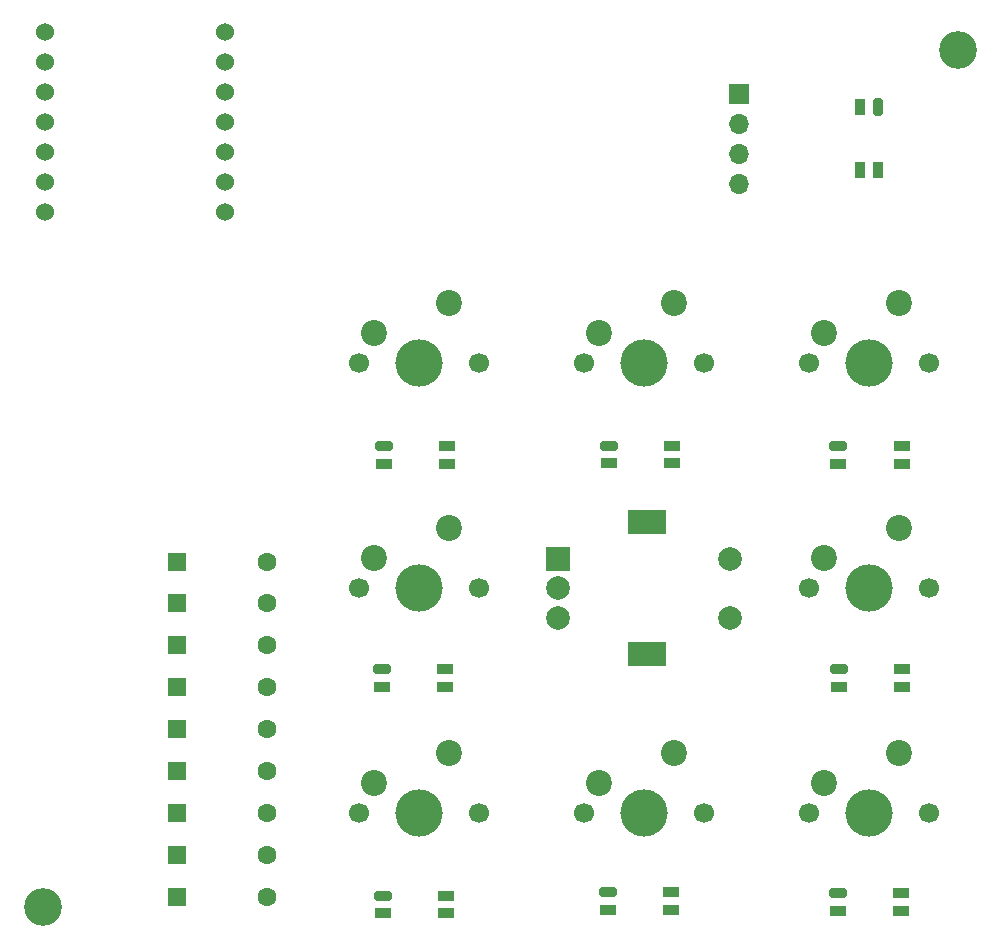
<source format=gbr>
%TF.GenerationSoftware,KiCad,Pcbnew,9.0.2*%
%TF.CreationDate,2025-07-10T19:44:48-04:00*%
%TF.ProjectId,AAPad_pcb,41415061-645f-4706-9362-2e6b69636164,rev?*%
%TF.SameCoordinates,Original*%
%TF.FileFunction,Soldermask,Bot*%
%TF.FilePolarity,Negative*%
%FSLAX46Y46*%
G04 Gerber Fmt 4.6, Leading zero omitted, Abs format (unit mm)*
G04 Created by KiCad (PCBNEW 9.0.2) date 2025-07-10 19:44:48*
%MOMM*%
%LPD*%
G01*
G04 APERTURE LIST*
G04 Aperture macros list*
%AMRoundRect*
0 Rectangle with rounded corners*
0 $1 Rounding radius*
0 $2 $3 $4 $5 $6 $7 $8 $9 X,Y pos of 4 corners*
0 Add a 4 corners polygon primitive as box body*
4,1,4,$2,$3,$4,$5,$6,$7,$8,$9,$2,$3,0*
0 Add four circle primitives for the rounded corners*
1,1,$1+$1,$2,$3*
1,1,$1+$1,$4,$5*
1,1,$1+$1,$6,$7*
1,1,$1+$1,$8,$9*
0 Add four rect primitives between the rounded corners*
20,1,$1+$1,$2,$3,$4,$5,0*
20,1,$1+$1,$4,$5,$6,$7,0*
20,1,$1+$1,$6,$7,$8,$9,0*
20,1,$1+$1,$8,$9,$2,$3,0*%
G04 Aperture macros list end*
%ADD10C,3.200000*%
%ADD11RoundRect,0.250000X-0.550000X-0.550000X0.550000X-0.550000X0.550000X0.550000X-0.550000X0.550000X0*%
%ADD12C,1.600000*%
%ADD13C,1.700000*%
%ADD14C,4.000000*%
%ADD15C,2.200000*%
%ADD16R,1.700000X1.700000*%
%ADD17O,1.700000X1.700000*%
%ADD18C,1.524000*%
%ADD19R,2.000000X2.000000*%
%ADD20C,2.000000*%
%ADD21R,3.200000X2.000000*%
%ADD22R,1.450000X0.820000*%
%ADD23RoundRect,0.205000X0.520000X0.205000X-0.520000X0.205000X-0.520000X-0.205000X0.520000X-0.205000X0*%
%ADD24R,0.820000X1.450000*%
%ADD25RoundRect,0.205000X0.205000X-0.520000X0.205000X0.520000X-0.205000X0.520000X-0.205000X-0.520000X0*%
G04 APERTURE END LIST*
D10*
%TO.C,REF\u002A\u002A*%
X138552836Y-40150997D03*
%TD*%
%TO.C,REF\u002A\u002A*%
X61022763Y-112685612D03*
%TD*%
D11*
%TO.C,D8*%
X72390000Y-108325000D03*
D12*
X80010000Y-108325000D03*
%TD*%
D13*
%TO.C,SW2*%
X106838800Y-66675000D03*
D14*
X111918800Y-66675000D03*
D13*
X116998800Y-66675000D03*
D15*
X114458800Y-61595000D03*
X108108800Y-64135000D03*
%TD*%
D11*
%TO.C,D1*%
X72390000Y-83475000D03*
D12*
X80010000Y-83475000D03*
%TD*%
D11*
%TO.C,D5*%
X72390000Y-97675000D03*
D12*
X80010000Y-97675000D03*
%TD*%
D11*
%TO.C,D3*%
X72390000Y-90575000D03*
D12*
X80010000Y-90575000D03*
%TD*%
D11*
%TO.C,D6*%
X72390000Y-101225000D03*
D12*
X80010000Y-101225000D03*
%TD*%
D13*
%TO.C,SW3*%
X125888800Y-66675000D03*
D14*
X130968800Y-66675000D03*
D13*
X136048800Y-66675000D03*
D15*
X133508800Y-61595000D03*
X127158800Y-64135000D03*
%TD*%
D13*
%TO.C,SW7*%
X87788800Y-104775000D03*
D14*
X92868800Y-104775000D03*
D13*
X97948800Y-104775000D03*
D15*
X95408800Y-99695000D03*
X89058800Y-102235000D03*
%TD*%
D13*
%TO.C,SW4*%
X125888800Y-85725000D03*
D14*
X130968800Y-85725000D03*
D13*
X136048800Y-85725000D03*
D15*
X133508800Y-80645000D03*
X127158800Y-83185000D03*
%TD*%
D11*
%TO.C,D9*%
X72390000Y-111875000D03*
D12*
X80010000Y-111875000D03*
%TD*%
D11*
%TO.C,D2*%
X72390000Y-87025000D03*
D12*
X80010000Y-87025000D03*
%TD*%
D11*
%TO.C,D4*%
X72390000Y-94125000D03*
D12*
X80010000Y-94125000D03*
%TD*%
D16*
%TO.C,J1*%
X120008800Y-43930000D03*
D17*
X120008800Y-46470000D03*
X120008800Y-49010000D03*
X120008800Y-51550000D03*
%TD*%
D18*
%TO.C,U1*%
X61252800Y-38629500D03*
X61252800Y-41169500D03*
X61252800Y-43709500D03*
X61252800Y-46249500D03*
X61252800Y-48789500D03*
X61252800Y-51329500D03*
X61252800Y-53869500D03*
X76492800Y-53869500D03*
X76492800Y-51329500D03*
X76492800Y-48789500D03*
X76492800Y-46249500D03*
X76492800Y-43709500D03*
X76492800Y-41169500D03*
X76492800Y-38629500D03*
%TD*%
D13*
%TO.C,SW1*%
X87788800Y-66675000D03*
D14*
X92868800Y-66675000D03*
D13*
X97948800Y-66675000D03*
D15*
X95408800Y-61595000D03*
X89058800Y-64135000D03*
%TD*%
D13*
%TO.C,SW6*%
X106838800Y-104775000D03*
D14*
X111918800Y-104775000D03*
D13*
X116998800Y-104775000D03*
D15*
X114458800Y-99695000D03*
X108108800Y-102235000D03*
%TD*%
D19*
%TO.C,SW11*%
X104668800Y-83225000D03*
D20*
X104668800Y-88225000D03*
X104668800Y-85725000D03*
D21*
X112168800Y-80125000D03*
X112168800Y-91325000D03*
D20*
X119168800Y-88225000D03*
X119168800Y-83225000D03*
%TD*%
D11*
%TO.C,D7*%
X72390000Y-104775000D03*
D12*
X80010000Y-104775000D03*
%TD*%
D13*
%TO.C,SW8*%
X87788800Y-85725000D03*
D14*
X92868800Y-85725000D03*
D13*
X97948800Y-85725000D03*
D15*
X95408800Y-80645000D03*
X89058800Y-83185000D03*
%TD*%
D13*
%TO.C,SW5*%
X125888800Y-104775000D03*
D14*
X130968800Y-104775000D03*
D13*
X136048800Y-104775000D03*
D15*
X133508800Y-99695000D03*
X127158800Y-102235000D03*
%TD*%
D22*
%TO.C,D12*%
X114311200Y-75165100D03*
X114311200Y-73665100D03*
D23*
X108961200Y-73665100D03*
D22*
X108961200Y-75165100D03*
%TD*%
D24*
%TO.C,D10*%
X130218800Y-50300000D03*
X131718800Y-50300000D03*
D25*
X131718800Y-44950000D03*
D24*
X130218800Y-44950000D03*
%TD*%
D22*
%TO.C,D14*%
X133772900Y-94057700D03*
X133772900Y-92557700D03*
D23*
X128422900Y-92557700D03*
D22*
X128422900Y-94057700D03*
%TD*%
%TO.C,D15*%
X95104800Y-94070900D03*
X95104800Y-92570900D03*
D23*
X89754800Y-92570900D03*
D22*
X89754800Y-94070900D03*
%TD*%
%TO.C,D13*%
X95259000Y-75187400D03*
X95259000Y-73687400D03*
D23*
X89909000Y-73687400D03*
D22*
X89909000Y-75187400D03*
%TD*%
%TO.C,D17*%
X114250300Y-112956400D03*
X114250300Y-111456400D03*
D23*
X108900300Y-111456400D03*
D22*
X108900300Y-112956400D03*
%TD*%
%TO.C,D16*%
X133665300Y-113060500D03*
X133665300Y-111560500D03*
D23*
X128315300Y-111560500D03*
D22*
X128315300Y-113060500D03*
%TD*%
%TO.C,D18*%
X95169300Y-113254300D03*
X95169300Y-111754300D03*
D23*
X89819300Y-111754300D03*
D22*
X89819300Y-113254300D03*
%TD*%
%TO.C,D11*%
X133734100Y-75223900D03*
X133734100Y-73723900D03*
D23*
X128384100Y-73723900D03*
D22*
X128384100Y-75223900D03*
%TD*%
M02*

</source>
